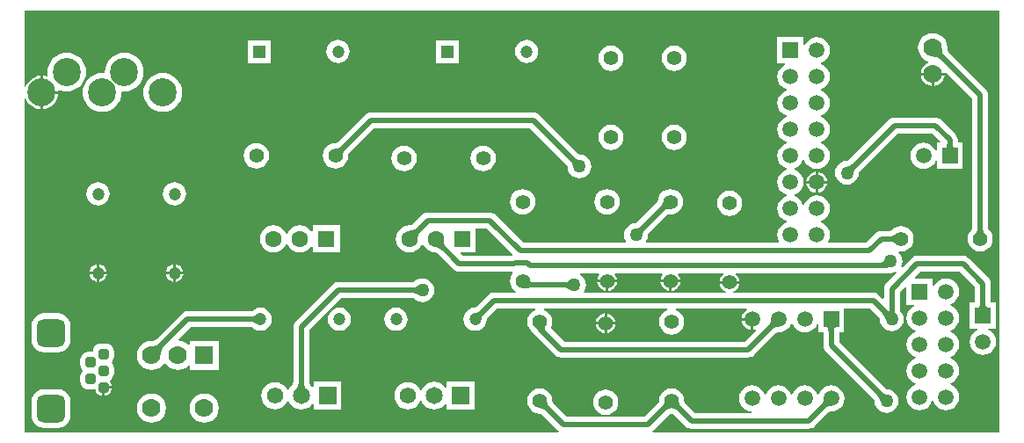
<source format=gtl>
G04 Layer_Physical_Order=1*
G04 Layer_Color=255*
%FSLAX25Y25*%
%MOIN*%
G70*
G01*
G75*
%ADD10C,0.02000*%
G04:AMPARAMS|DCode=11|XSize=39.37mil|YSize=39.37mil|CornerRadius=9.84mil|HoleSize=0mil|Usage=FLASHONLY|Rotation=90.000|XOffset=0mil|YOffset=0mil|HoleType=Round|Shape=RoundedRectangle|*
%AMROUNDEDRECTD11*
21,1,0.03937,0.01969,0,0,90.0*
21,1,0.01969,0.03937,0,0,90.0*
1,1,0.01969,0.00984,0.00984*
1,1,0.01969,0.00984,-0.00984*
1,1,0.01969,-0.00984,-0.00984*
1,1,0.01969,-0.00984,0.00984*
%
%ADD11ROUNDEDRECTD11*%
G04:AMPARAMS|DCode=12|XSize=106.3mil|YSize=106.3mil|CornerRadius=26.58mil|HoleSize=0mil|Usage=FLASHONLY|Rotation=90.000|XOffset=0mil|YOffset=0mil|HoleType=Round|Shape=RoundedRectangle|*
%AMROUNDEDRECTD12*
21,1,0.10630,0.05315,0,0,90.0*
21,1,0.05315,0.10630,0,0,90.0*
1,1,0.05315,0.02658,0.02658*
1,1,0.05315,0.02658,-0.02658*
1,1,0.05315,-0.02658,-0.02658*
1,1,0.05315,-0.02658,0.02658*
%
%ADD12ROUNDEDRECTD12*%
%ADD13C,0.10650*%
%ADD14R,0.04724X0.04724*%
%ADD15C,0.04724*%
%ADD16C,0.07000*%
%ADD17C,0.05906*%
%ADD18R,0.05906X0.05906*%
%ADD19C,0.06200*%
%ADD20C,0.06500*%
%ADD21R,0.06500X0.06500*%
%ADD22R,0.07000X0.07000*%
%ADD23R,0.05906X0.05906*%
%ADD24R,0.06299X0.06299*%
%ADD25C,0.06299*%
%ADD26C,0.05512*%
%ADD27C,0.05000*%
G36*
X472451Y102549D02*
X340903D01*
X340734Y103049D01*
X341140Y103360D01*
X347068Y109289D01*
X347112Y109316D01*
X347251Y109445D01*
X347331Y109510D01*
X347406Y109561D01*
X347476Y109601D01*
X347543Y109632D01*
X347611Y109657D01*
X347683Y109677D01*
X347761Y109692D01*
X347850Y109701D01*
X347988Y109705D01*
X348000Y109703D01*
X348012Y109705D01*
X348149Y109701D01*
X348239Y109692D01*
X348317Y109677D01*
X348389Y109657D01*
X348457Y109632D01*
X348524Y109601D01*
X348594Y109561D01*
X348669Y109510D01*
X348749Y109445D01*
X348888Y109316D01*
X348932Y109289D01*
X353360Y104860D01*
X353987Y104379D01*
X354717Y104077D01*
X355500Y103974D01*
X400000D01*
X400783Y104077D01*
X401513Y104379D01*
X402140Y104860D01*
X407332Y110053D01*
X407375Y110079D01*
X407517Y110211D01*
X407600Y110276D01*
X407681Y110329D01*
X407762Y110374D01*
X407848Y110412D01*
X407941Y110444D01*
X408045Y110470D01*
X408163Y110491D01*
X408298Y110503D01*
X408475Y110508D01*
X408500Y110504D01*
X409793Y110675D01*
X410998Y111174D01*
X412032Y111968D01*
X412826Y113002D01*
X413325Y114207D01*
X413495Y115500D01*
X413325Y116793D01*
X412826Y117998D01*
X412032Y119032D01*
X410998Y119826D01*
X409793Y120325D01*
X408500Y120495D01*
X407207Y120325D01*
X406002Y119826D01*
X404968Y119032D01*
X404174Y117998D01*
X403771Y117024D01*
X403229D01*
X402826Y117998D01*
X402032Y119032D01*
X400998Y119826D01*
X399793Y120325D01*
X398500Y120495D01*
X397207Y120325D01*
X396002Y119826D01*
X394968Y119032D01*
X394174Y117998D01*
X393771Y117024D01*
X393229D01*
X392826Y117998D01*
X392032Y119032D01*
X390998Y119826D01*
X389793Y120325D01*
X388500Y120495D01*
X387207Y120325D01*
X386002Y119826D01*
X384968Y119032D01*
X384174Y117998D01*
X383771Y117024D01*
X383229D01*
X382826Y117998D01*
X382032Y119032D01*
X380998Y119826D01*
X379793Y120325D01*
X378500Y120495D01*
X377207Y120325D01*
X376002Y119826D01*
X374968Y119032D01*
X374174Y117998D01*
X373675Y116793D01*
X373504Y115500D01*
X373675Y114207D01*
X374174Y113002D01*
X374968Y111968D01*
X376002Y111174D01*
X377207Y110675D01*
X378338Y110526D01*
X378305Y110026D01*
X356753D01*
X353211Y113568D01*
X353184Y113612D01*
X353055Y113751D01*
X352990Y113831D01*
X352939Y113906D01*
X352899Y113976D01*
X352868Y114043D01*
X352843Y114111D01*
X352823Y114183D01*
X352808Y114261D01*
X352799Y114350D01*
X352795Y114488D01*
X352797Y114500D01*
X352794Y114519D01*
X352794Y114528D01*
X352792Y114538D01*
X352634Y115742D01*
X352154Y116899D01*
X351392Y117892D01*
X350398Y118654D01*
X349241Y119133D01*
X348000Y119297D01*
X346759Y119133D01*
X345602Y118654D01*
X344608Y117892D01*
X343846Y116899D01*
X343367Y115742D01*
X343208Y114538D01*
X343206Y114528D01*
X343206Y114519D01*
X343203Y114500D01*
X343205Y114488D01*
X343201Y114350D01*
X343192Y114261D01*
X343177Y114183D01*
X343157Y114111D01*
X343132Y114043D01*
X343101Y113976D01*
X343061Y113906D01*
X343010Y113831D01*
X342945Y113751D01*
X342816Y113612D01*
X342789Y113568D01*
X337747Y108526D01*
X308253D01*
X303211Y113568D01*
X303184Y113612D01*
X303055Y113751D01*
X302990Y113831D01*
X302939Y113906D01*
X302899Y113976D01*
X302868Y114043D01*
X302843Y114111D01*
X302823Y114183D01*
X302808Y114261D01*
X302799Y114350D01*
X302795Y114488D01*
X302797Y114500D01*
X302794Y114519D01*
X302794Y114528D01*
X302792Y114538D01*
X302634Y115742D01*
X302154Y116899D01*
X301392Y117892D01*
X300398Y118654D01*
X299241Y119133D01*
X298000Y119297D01*
X296759Y119133D01*
X295602Y118654D01*
X294608Y117892D01*
X293846Y116899D01*
X293367Y115742D01*
X293203Y114500D01*
X293367Y113259D01*
X293846Y112101D01*
X294608Y111108D01*
X295602Y110346D01*
X296759Y109866D01*
X297962Y109708D01*
X297972Y109706D01*
X297981Y109706D01*
X298000Y109703D01*
X298012Y109705D01*
X298149Y109701D01*
X298239Y109692D01*
X298317Y109677D01*
X298389Y109657D01*
X298457Y109632D01*
X298524Y109601D01*
X298594Y109561D01*
X298669Y109510D01*
X298749Y109445D01*
X298888Y109316D01*
X298932Y109289D01*
X304860Y103360D01*
X305266Y103049D01*
X305097Y102549D01*
X102549D01*
Y229255D01*
X103049Y229329D01*
X103128Y229068D01*
X103716Y227969D01*
X104506Y227006D01*
X105469Y226216D01*
X106568Y225628D01*
X107760Y225267D01*
X108500Y225194D01*
Y231500D01*
Y237806D01*
X107760Y237734D01*
X106568Y237372D01*
X105469Y236785D01*
X104506Y235994D01*
X103716Y235031D01*
X103128Y233932D01*
X103049Y233671D01*
X102549Y233745D01*
Y262451D01*
X472451D01*
Y102549D01*
D02*
G37*
G36*
X408470Y112547D02*
X408177Y112540D01*
X407893Y112513D01*
X407620Y112466D01*
X407357Y112399D01*
X407103Y112312D01*
X406860Y112205D01*
X406628Y112077D01*
X406405Y111930D01*
X406192Y111763D01*
X405990Y111576D01*
X404576Y112990D01*
X404763Y113192D01*
X404930Y113405D01*
X405078Y113628D01*
X405205Y113860D01*
X405312Y114103D01*
X405399Y114357D01*
X405466Y114620D01*
X405513Y114893D01*
X405540Y115177D01*
X405547Y115471D01*
X408470Y112547D01*
D02*
G37*
G36*
X350763Y114216D02*
X350789Y113966D01*
X350835Y113724D01*
X350899Y113488D01*
X350983Y113259D01*
X351087Y113038D01*
X351209Y112823D01*
X351351Y112616D01*
X351512Y112415D01*
X351692Y112222D01*
X350278Y110808D01*
X350085Y110988D01*
X349884Y111149D01*
X349677Y111291D01*
X349462Y111413D01*
X349241Y111517D01*
X349012Y111601D01*
X348777Y111665D01*
X348534Y111711D01*
X348284Y111737D01*
X348028Y111744D01*
X350756Y114472D01*
X350763Y114216D01*
D02*
G37*
G36*
X347972Y111744D02*
X347716Y111737D01*
X347466Y111711D01*
X347223Y111665D01*
X346988Y111601D01*
X346759Y111517D01*
X346538Y111413D01*
X346323Y111291D01*
X346116Y111149D01*
X345915Y110988D01*
X345722Y110808D01*
X344308Y112222D01*
X344488Y112415D01*
X344649Y112616D01*
X344791Y112823D01*
X344913Y113038D01*
X345017Y113259D01*
X345101Y113488D01*
X345165Y113724D01*
X345211Y113966D01*
X345237Y114216D01*
X345244Y114472D01*
X347972Y111744D01*
D02*
G37*
G36*
X300763Y114216D02*
X300789Y113966D01*
X300835Y113724D01*
X300899Y113488D01*
X300983Y113259D01*
X301087Y113038D01*
X301209Y112823D01*
X301351Y112616D01*
X301512Y112415D01*
X301692Y112222D01*
X300278Y110808D01*
X300085Y110988D01*
X299884Y111149D01*
X299677Y111291D01*
X299462Y111413D01*
X299241Y111517D01*
X299012Y111601D01*
X298777Y111665D01*
X298534Y111711D01*
X298284Y111737D01*
X298028Y111744D01*
X300756Y114472D01*
X300763Y114216D01*
D02*
G37*
%LPC*%
G36*
X403000Y252496D02*
X401707Y252325D01*
X400502Y251826D01*
X399468Y251032D01*
X398674Y249998D01*
X398453Y249464D01*
X397953Y249564D01*
Y252453D01*
X388047D01*
Y242547D01*
X390936D01*
X391036Y242047D01*
X390502Y241826D01*
X389468Y241032D01*
X388674Y239998D01*
X388175Y238793D01*
X388004Y237500D01*
X388175Y236207D01*
X388674Y235002D01*
X389468Y233968D01*
X390502Y233174D01*
X391476Y232771D01*
Y232229D01*
X390502Y231826D01*
X389468Y231032D01*
X388674Y229998D01*
X388175Y228793D01*
X388004Y227500D01*
X388175Y226207D01*
X388674Y225002D01*
X389468Y223968D01*
X390502Y223174D01*
X391476Y222771D01*
Y222229D01*
X390502Y221826D01*
X389468Y221032D01*
X388674Y219998D01*
X388175Y218793D01*
X388004Y217500D01*
X388175Y216207D01*
X388674Y215002D01*
X389468Y213968D01*
X390502Y213174D01*
X391476Y212771D01*
Y212229D01*
X390502Y211826D01*
X389468Y211032D01*
X388674Y209998D01*
X388175Y208793D01*
X388004Y207500D01*
X388175Y206207D01*
X388674Y205002D01*
X389468Y203968D01*
X390502Y203174D01*
X391476Y202771D01*
Y202229D01*
X390502Y201826D01*
X389468Y201032D01*
X388674Y199998D01*
X388175Y198793D01*
X388004Y197500D01*
X388175Y196207D01*
X388674Y195002D01*
X389468Y193968D01*
X390502Y193174D01*
X391476Y192771D01*
Y192229D01*
X390502Y191826D01*
X389468Y191032D01*
X388674Y189998D01*
X388175Y188793D01*
X388004Y187500D01*
X388175Y186207D01*
X388674Y185002D01*
X389468Y183968D01*
X390502Y183174D01*
X391476Y182771D01*
Y182229D01*
X390502Y181826D01*
X389468Y181032D01*
X388674Y179998D01*
X388175Y178793D01*
X388004Y177500D01*
X388175Y176207D01*
X388674Y175002D01*
X388695Y174974D01*
X388474Y174526D01*
X338455D01*
X338234Y174974D01*
X338431Y175231D01*
X338884Y176325D01*
X339027Y177410D01*
X339038Y177457D01*
X339042Y177575D01*
X339045Y177601D01*
X339051Y177626D01*
X339059Y177655D01*
X339074Y177692D01*
X339097Y177738D01*
X339132Y177795D01*
X339181Y177863D01*
X339247Y177942D01*
X339373Y178076D01*
X339402Y178123D01*
X346236Y184957D01*
X346280Y184984D01*
X346416Y185110D01*
X346483Y185163D01*
X346539Y185199D01*
X346582Y185222D01*
X346617Y185237D01*
X346647Y185246D01*
X346679Y185252D01*
X346718Y185256D01*
X346770Y185255D01*
X346926Y185241D01*
X347089Y185257D01*
X347500Y185203D01*
X348742Y185366D01*
X349899Y185846D01*
X350892Y186608D01*
X351654Y187601D01*
X352133Y188759D01*
X352297Y190000D01*
X352133Y191242D01*
X351654Y192399D01*
X350892Y193392D01*
X349899Y194154D01*
X348742Y194633D01*
X347500Y194797D01*
X346258Y194633D01*
X345101Y194154D01*
X344108Y193392D01*
X343346Y192399D01*
X342866Y191242D01*
X342809Y190801D01*
X342747Y190631D01*
X342718Y190439D01*
X342692Y190320D01*
X342660Y190210D01*
X342623Y190106D01*
X342579Y190007D01*
X342529Y189912D01*
X342470Y189818D01*
X342402Y189724D01*
X342324Y189629D01*
X342190Y189487D01*
X342161Y189441D01*
X335123Y182402D01*
X335076Y182373D01*
X334942Y182247D01*
X334863Y182181D01*
X334794Y182132D01*
X334738Y182097D01*
X334692Y182074D01*
X334655Y182060D01*
X334626Y182051D01*
X334601Y182045D01*
X334575Y182042D01*
X334457Y182038D01*
X334410Y182027D01*
X333325Y181884D01*
X332231Y181431D01*
X331291Y180709D01*
X330569Y179769D01*
X330116Y178675D01*
X329961Y177500D01*
X330116Y176325D01*
X330569Y175231D01*
X330766Y174974D01*
X330545Y174526D01*
X291753D01*
X281140Y185140D01*
X280513Y185620D01*
X279783Y185923D01*
X279000Y186026D01*
X255500D01*
X254717Y185923D01*
X253987Y185620D01*
X253360Y185140D01*
X253360Y185140D01*
X249903Y181682D01*
X249861Y181656D01*
X249714Y181521D01*
X249629Y181456D01*
X249541Y181400D01*
X249446Y181350D01*
X249341Y181306D01*
X249222Y181267D01*
X249086Y181234D01*
X248929Y181209D01*
X248751Y181194D01*
X248537Y181189D01*
X248500Y181194D01*
X247156Y181017D01*
X245903Y180498D01*
X244827Y179673D01*
X244002Y178597D01*
X243483Y177344D01*
X243306Y176000D01*
X243483Y174656D01*
X244002Y173403D01*
X244827Y172327D01*
X245903Y171502D01*
X247156Y170983D01*
X248500Y170806D01*
X249844Y170983D01*
X251097Y171502D01*
X252173Y172327D01*
X252998Y173403D01*
X253250Y174011D01*
X253750D01*
X254002Y173403D01*
X254827Y172327D01*
X255903Y171502D01*
X257156Y170983D01*
X257688Y170913D01*
X257868Y170850D01*
X258150Y170811D01*
X258359Y170771D01*
X258548Y170722D01*
X258717Y170668D01*
X258867Y170608D01*
X259001Y170544D01*
X259121Y170475D01*
X259228Y170403D01*
X259326Y170326D01*
X259474Y170188D01*
X259517Y170162D01*
X265318Y164360D01*
X265945Y163880D01*
X266675Y163577D01*
X267458Y163474D01*
X287541D01*
X287787Y162974D01*
X287346Y162399D01*
X286866Y161241D01*
X286703Y160000D01*
X286866Y158758D01*
X287346Y157601D01*
X288108Y156608D01*
X288867Y156026D01*
X288697Y155526D01*
X280500D01*
X279717Y155423D01*
X278987Y155121D01*
X278360Y154640D01*
X278360Y154640D01*
X273954Y150233D01*
X273906Y150203D01*
X273775Y150079D01*
X273696Y150012D01*
X273629Y149963D01*
X273578Y149931D01*
X273542Y149912D01*
X273522Y149903D01*
X273521Y149903D01*
X273446Y149900D01*
X273380Y149884D01*
X272361Y149750D01*
X271300Y149310D01*
X270389Y148611D01*
X269690Y147700D01*
X269250Y146639D01*
X269100Y145500D01*
X269250Y144361D01*
X269690Y143300D01*
X270389Y142389D01*
X271300Y141690D01*
X272361Y141250D01*
X273500Y141100D01*
X274639Y141250D01*
X275700Y141690D01*
X276611Y142389D01*
X277310Y143300D01*
X277750Y144361D01*
X277884Y145380D01*
X277900Y145446D01*
X277903Y145521D01*
X277903Y145522D01*
X277912Y145542D01*
X277931Y145578D01*
X277963Y145629D01*
X278012Y145696D01*
X278079Y145775D01*
X278203Y145906D01*
X278233Y145954D01*
X281753Y149474D01*
X296274D01*
X296374Y148974D01*
X295602Y148654D01*
X294608Y147892D01*
X293846Y146898D01*
X293367Y145741D01*
X293203Y144500D01*
X293367Y143259D01*
X293846Y142102D01*
X294608Y141108D01*
X295012Y140798D01*
X295023Y140781D01*
X295687Y140087D01*
X295860Y139860D01*
X296839Y138882D01*
X297233Y138469D01*
X297294Y138427D01*
X303860Y131860D01*
X304487Y131379D01*
X305217Y131077D01*
X306000Y130974D01*
X377000D01*
X377783Y131077D01*
X378513Y131379D01*
X379140Y131860D01*
X387332Y140053D01*
X387375Y140079D01*
X387517Y140211D01*
X387600Y140276D01*
X387681Y140329D01*
X387762Y140374D01*
X387848Y140412D01*
X387941Y140444D01*
X388045Y140470D01*
X388163Y140491D01*
X388298Y140504D01*
X388475Y140508D01*
X388500Y140505D01*
X389793Y140675D01*
X390998Y141174D01*
X392032Y141968D01*
X392826Y143002D01*
X393229Y143976D01*
X393771D01*
X394174Y143002D01*
X394968Y141968D01*
X396002Y141174D01*
X397207Y140675D01*
X398500Y140505D01*
X399793Y140675D01*
X400998Y141174D01*
X402032Y141968D01*
X402826Y143002D01*
X403047Y143536D01*
X403547Y143436D01*
Y140547D01*
X405460D01*
X405462Y140506D01*
X405474Y140450D01*
Y135500D01*
X405577Y134717D01*
X405879Y133987D01*
X406360Y133360D01*
X424598Y115123D01*
X424627Y115076D01*
X424753Y114942D01*
X424819Y114863D01*
X424868Y114795D01*
X424903Y114738D01*
X424926Y114692D01*
X424940Y114655D01*
X424950Y114626D01*
X424955Y114601D01*
X424958Y114575D01*
X424962Y114457D01*
X424973Y114410D01*
X425116Y113325D01*
X425569Y112231D01*
X426291Y111291D01*
X427231Y110569D01*
X428325Y110116D01*
X429500Y109961D01*
X430675Y110116D01*
X431769Y110569D01*
X432709Y111291D01*
X433431Y112231D01*
X433884Y113325D01*
X434039Y114500D01*
X433884Y115675D01*
X433431Y116769D01*
X432709Y117709D01*
X431769Y118431D01*
X430675Y118884D01*
X429590Y119027D01*
X429543Y119038D01*
X429425Y119042D01*
X429399Y119045D01*
X429374Y119051D01*
X429345Y119060D01*
X429308Y119074D01*
X429262Y119097D01*
X429206Y119132D01*
X429137Y119181D01*
X429058Y119247D01*
X428924Y119373D01*
X428877Y119402D01*
X411526Y136753D01*
Y140450D01*
X411539Y140506D01*
X411540Y140547D01*
X413453D01*
Y149474D01*
X423247D01*
X426598Y146123D01*
X426627Y146076D01*
X426753Y145942D01*
X426819Y145863D01*
X426868Y145794D01*
X426903Y145738D01*
X426926Y145692D01*
X426940Y145656D01*
X426950Y145626D01*
X426955Y145601D01*
X426958Y145575D01*
X426962Y145457D01*
X426973Y145410D01*
X427116Y144325D01*
X427569Y143231D01*
X428291Y142291D01*
X429231Y141569D01*
X430325Y141116D01*
X431500Y140961D01*
X432675Y141116D01*
X433769Y141569D01*
X434709Y142291D01*
X435431Y143231D01*
X435884Y144325D01*
X436039Y145500D01*
X435884Y146675D01*
X435431Y147769D01*
X434765Y148637D01*
X434739Y148678D01*
X434659Y148765D01*
X434643Y148785D01*
X434628Y148807D01*
X434614Y148834D01*
X434599Y148870D01*
X434583Y148919D01*
X434567Y148984D01*
X434553Y149067D01*
X434544Y149169D01*
X434538Y149353D01*
X434526Y149406D01*
Y155747D01*
X436585Y157806D01*
X437047Y157615D01*
Y151047D01*
X439936D01*
X440036Y150547D01*
X439502Y150326D01*
X438468Y149532D01*
X437674Y148498D01*
X437175Y147293D01*
X437005Y146000D01*
X437175Y144707D01*
X437674Y143502D01*
X438468Y142468D01*
X439502Y141674D01*
X440476Y141271D01*
Y140729D01*
X439502Y140326D01*
X438468Y139532D01*
X437674Y138498D01*
X437175Y137293D01*
X437005Y136000D01*
X437175Y134707D01*
X437674Y133502D01*
X438468Y132468D01*
X439502Y131674D01*
X440476Y131271D01*
Y130729D01*
X439502Y130326D01*
X438468Y129532D01*
X437674Y128498D01*
X437175Y127293D01*
X437005Y126000D01*
X437175Y124707D01*
X437674Y123502D01*
X438468Y122468D01*
X439502Y121674D01*
X440476Y121271D01*
Y120729D01*
X439502Y120326D01*
X438468Y119532D01*
X437674Y118498D01*
X437175Y117293D01*
X437005Y116000D01*
X437175Y114707D01*
X437674Y113502D01*
X438468Y112468D01*
X439502Y111674D01*
X440707Y111175D01*
X442000Y111004D01*
X443293Y111175D01*
X444498Y111674D01*
X445532Y112468D01*
X446326Y113502D01*
X446729Y114476D01*
X447271D01*
X447674Y113502D01*
X448468Y112468D01*
X449502Y111674D01*
X450707Y111175D01*
X452000Y111004D01*
X453293Y111175D01*
X454498Y111674D01*
X455532Y112468D01*
X456326Y113502D01*
X456825Y114707D01*
X456995Y116000D01*
X456825Y117293D01*
X456326Y118498D01*
X455532Y119532D01*
X454498Y120326D01*
X453524Y120729D01*
Y121271D01*
X454498Y121674D01*
X455532Y122468D01*
X456326Y123502D01*
X456825Y124707D01*
X456995Y126000D01*
X456825Y127293D01*
X456326Y128498D01*
X455532Y129532D01*
X454498Y130326D01*
X453524Y130729D01*
Y131271D01*
X454498Y131674D01*
X455532Y132468D01*
X456326Y133502D01*
X456825Y134707D01*
X456995Y136000D01*
X456825Y137293D01*
X456326Y138498D01*
X455532Y139532D01*
X454498Y140326D01*
X453524Y140729D01*
Y141271D01*
X454498Y141674D01*
X455532Y142468D01*
X456326Y143502D01*
X456825Y144707D01*
X456995Y146000D01*
X456825Y147293D01*
X456326Y148498D01*
X455532Y149532D01*
X454498Y150326D01*
X453524Y150729D01*
Y151271D01*
X454498Y151674D01*
X455532Y152468D01*
X456326Y153502D01*
X456825Y154707D01*
X456995Y156000D01*
X456825Y157293D01*
X456326Y158498D01*
X455532Y159532D01*
X454498Y160326D01*
X453293Y160825D01*
X452000Y160995D01*
X450707Y160825D01*
X449502Y160326D01*
X448468Y159532D01*
X447674Y158498D01*
X447453Y157964D01*
X446953Y158064D01*
Y160953D01*
X440385D01*
X440194Y161415D01*
X442253Y163474D01*
X457247D01*
X462974Y157747D01*
Y152050D01*
X462961Y151994D01*
X462960Y151953D01*
X461047D01*
Y142047D01*
X463936D01*
X464036Y141547D01*
X463502Y141326D01*
X462468Y140532D01*
X461674Y139498D01*
X461175Y138293D01*
X461004Y137000D01*
X461175Y135707D01*
X461674Y134502D01*
X462468Y133468D01*
X463502Y132674D01*
X464707Y132175D01*
X466000Y132004D01*
X467293Y132175D01*
X468498Y132674D01*
X469532Y133468D01*
X470326Y134502D01*
X470825Y135707D01*
X470996Y137000D01*
X470825Y138293D01*
X470326Y139498D01*
X469532Y140532D01*
X468498Y141326D01*
X467964Y141547D01*
X468064Y142047D01*
X470953D01*
Y151953D01*
X469040D01*
X469038Y151994D01*
X469026Y152050D01*
Y159000D01*
X468923Y159783D01*
X468620Y160513D01*
X468140Y161140D01*
X460640Y168640D01*
X460013Y169121D01*
X459283Y169423D01*
X458500Y169526D01*
X441000D01*
X440217Y169423D01*
X439487Y169121D01*
X438860Y168640D01*
X435487Y165266D01*
X435063Y165549D01*
X435384Y166325D01*
X435539Y167500D01*
X435384Y168675D01*
X434931Y169769D01*
X434209Y170709D01*
X434062Y170822D01*
X434261Y171300D01*
X435000Y171203D01*
X436241Y171367D01*
X437398Y171846D01*
X438392Y172608D01*
X439154Y173601D01*
X439634Y174759D01*
X439797Y176000D01*
X439634Y177242D01*
X439154Y178399D01*
X438392Y179392D01*
X437398Y180154D01*
X436241Y180633D01*
X435000Y180797D01*
X433758Y180633D01*
X432601Y180154D01*
X431639Y179416D01*
X431630Y179410D01*
X431623Y179404D01*
X431608Y179392D01*
X431600Y179382D01*
X431501Y179288D01*
X431431Y179231D01*
X431365Y179186D01*
X431301Y179149D01*
X431235Y179119D01*
X431165Y179094D01*
X431087Y179072D01*
X430999Y179056D01*
X430896Y179045D01*
X430707Y179038D01*
X430656Y179026D01*
X427500D01*
X426717Y178923D01*
X425987Y178621D01*
X425360Y178140D01*
X421747Y174526D01*
X407526D01*
X407305Y174974D01*
X407326Y175002D01*
X407825Y176207D01*
X407996Y177500D01*
X407825Y178793D01*
X407326Y179998D01*
X406532Y181032D01*
X405498Y181826D01*
X404524Y182229D01*
Y182771D01*
X405498Y183174D01*
X406532Y183968D01*
X407326Y185002D01*
X407825Y186207D01*
X407996Y187500D01*
X407825Y188793D01*
X407326Y189998D01*
X406532Y191032D01*
X405498Y191826D01*
X404293Y192325D01*
X403000Y192496D01*
X401707Y192325D01*
X400502Y191826D01*
X399468Y191032D01*
X398674Y189998D01*
X398271Y189024D01*
X397729D01*
X397326Y189998D01*
X396532Y191032D01*
X395498Y191826D01*
X394524Y192229D01*
Y192771D01*
X395498Y193174D01*
X396532Y193968D01*
X397326Y195002D01*
X397825Y196207D01*
X397995Y197500D01*
X397825Y198793D01*
X397326Y199998D01*
X396532Y201032D01*
X395498Y201826D01*
X394524Y202229D01*
Y202771D01*
X395498Y203174D01*
X396532Y203968D01*
X397326Y205002D01*
X397729Y205976D01*
X398271D01*
X398674Y205002D01*
X399468Y203968D01*
X400502Y203174D01*
X401707Y202675D01*
X403000Y202504D01*
X404293Y202675D01*
X405498Y203174D01*
X406532Y203968D01*
X407326Y205002D01*
X407825Y206207D01*
X407996Y207500D01*
X407825Y208793D01*
X407326Y209998D01*
X406532Y211032D01*
X405498Y211826D01*
X404524Y212229D01*
Y212771D01*
X405498Y213174D01*
X406532Y213968D01*
X407326Y215002D01*
X407825Y216207D01*
X407996Y217500D01*
X407825Y218793D01*
X407326Y219998D01*
X406532Y221032D01*
X405498Y221826D01*
X404524Y222229D01*
Y222771D01*
X405498Y223174D01*
X406532Y223968D01*
X407326Y225002D01*
X407825Y226207D01*
X407996Y227500D01*
X407825Y228793D01*
X407326Y229998D01*
X406532Y231032D01*
X405498Y231826D01*
X404524Y232229D01*
Y232771D01*
X405498Y233174D01*
X406532Y233968D01*
X407326Y235002D01*
X407825Y236207D01*
X407996Y237500D01*
X407825Y238793D01*
X407326Y239998D01*
X406532Y241032D01*
X405498Y241826D01*
X404524Y242229D01*
Y242771D01*
X405498Y243174D01*
X406532Y243968D01*
X407326Y245002D01*
X407825Y246207D01*
X407996Y247500D01*
X407825Y248793D01*
X407326Y249998D01*
X406532Y251032D01*
X405498Y251826D01*
X404293Y252325D01*
X403000Y252496D01*
D02*
G37*
G36*
X267362Y251362D02*
X258638D01*
Y242638D01*
X267362D01*
Y251362D01*
D02*
G37*
G36*
X195862D02*
X187138D01*
Y242638D01*
X195862D01*
Y251362D01*
D02*
G37*
G36*
X293000Y251400D02*
X291861Y251250D01*
X290800Y250810D01*
X289889Y250111D01*
X289190Y249200D01*
X288750Y248139D01*
X288600Y247000D01*
X288750Y245861D01*
X289190Y244800D01*
X289889Y243889D01*
X290800Y243190D01*
X291861Y242750D01*
X293000Y242600D01*
X294139Y242750D01*
X295200Y243190D01*
X296111Y243889D01*
X296810Y244800D01*
X297250Y245861D01*
X297400Y247000D01*
X297250Y248139D01*
X296810Y249200D01*
X296111Y250111D01*
X295200Y250810D01*
X294139Y251250D01*
X293000Y251400D01*
D02*
G37*
G36*
X221500D02*
X220361Y251250D01*
X219300Y250810D01*
X218389Y250111D01*
X217690Y249200D01*
X217250Y248139D01*
X217100Y247000D01*
X217250Y245861D01*
X217690Y244800D01*
X218389Y243889D01*
X219300Y243190D01*
X220361Y242750D01*
X221500Y242600D01*
X222639Y242750D01*
X223700Y243190D01*
X224611Y243889D01*
X225310Y244800D01*
X225750Y245861D01*
X225900Y247000D01*
X225750Y248139D01*
X225310Y249200D01*
X224611Y250111D01*
X223700Y250810D01*
X222639Y251250D01*
X221500Y251400D01*
D02*
G37*
G36*
X349000Y249297D02*
X347759Y249133D01*
X346602Y248654D01*
X345608Y247892D01*
X344846Y246899D01*
X344367Y245742D01*
X344203Y244500D01*
X344367Y243259D01*
X344846Y242102D01*
X345608Y241108D01*
X346602Y240346D01*
X347759Y239866D01*
X349000Y239703D01*
X350241Y239866D01*
X351398Y240346D01*
X352392Y241108D01*
X353154Y242102D01*
X353633Y243259D01*
X353797Y244500D01*
X353633Y245742D01*
X353154Y246899D01*
X352392Y247892D01*
X351398Y248654D01*
X350241Y249133D01*
X349000Y249297D01*
D02*
G37*
G36*
X325000D02*
X323759Y249133D01*
X322602Y248654D01*
X321608Y247892D01*
X320846Y246899D01*
X320367Y245742D01*
X320203Y244500D01*
X320367Y243259D01*
X320846Y242102D01*
X321608Y241108D01*
X322602Y240346D01*
X323759Y239866D01*
X325000Y239703D01*
X326241Y239866D01*
X327398Y240346D01*
X328392Y241108D01*
X329154Y242102D01*
X329633Y243259D01*
X329797Y244500D01*
X329633Y245742D01*
X329154Y246899D01*
X328392Y247892D01*
X327398Y248654D01*
X326241Y249133D01*
X325000Y249297D01*
D02*
G37*
G36*
X140400Y246560D02*
X138964Y246419D01*
X137583Y246000D01*
X136311Y245320D01*
X135195Y244405D01*
X134280Y243289D01*
X133600Y242017D01*
X133181Y240636D01*
X133040Y239200D01*
X133045Y239146D01*
X132691Y238792D01*
X132000Y238860D01*
X130564Y238719D01*
X129183Y238300D01*
X127911Y237620D01*
X126795Y236705D01*
X125880Y235589D01*
X125200Y234317D01*
X124781Y232936D01*
X124640Y231500D01*
X124781Y230064D01*
X125200Y228683D01*
X125880Y227411D01*
X126795Y226295D01*
X127911Y225380D01*
X129183Y224700D01*
X130564Y224281D01*
X132000Y224140D01*
X133436Y224281D01*
X134817Y224700D01*
X136089Y225380D01*
X137205Y226295D01*
X138120Y227411D01*
X138800Y228683D01*
X139219Y230064D01*
X139360Y231500D01*
X139355Y231554D01*
X139709Y231908D01*
X140400Y231840D01*
X141836Y231981D01*
X143217Y232400D01*
X144489Y233080D01*
X145605Y233995D01*
X146520Y235111D01*
X147200Y236383D01*
X147619Y237764D01*
X147760Y239200D01*
X147619Y240636D01*
X147200Y242017D01*
X146520Y243289D01*
X145605Y244405D01*
X144489Y245320D01*
X143217Y246000D01*
X141836Y246419D01*
X140400Y246560D01*
D02*
G37*
G36*
X118600D02*
X117164Y246419D01*
X115783Y246000D01*
X114511Y245320D01*
X113395Y244405D01*
X112480Y243289D01*
X111800Y242017D01*
X111381Y240636D01*
X111240Y239200D01*
X111366Y237914D01*
X111091Y237609D01*
X110931Y237524D01*
X110240Y237734D01*
X109500Y237806D01*
Y232000D01*
X115306D01*
X115290Y232163D01*
X115706Y232441D01*
X115783Y232400D01*
X117164Y231981D01*
X118600Y231840D01*
X120036Y231981D01*
X121417Y232400D01*
X122689Y233080D01*
X123805Y233995D01*
X124720Y235111D01*
X125400Y236383D01*
X125819Y237764D01*
X125960Y239200D01*
X125819Y240636D01*
X125400Y242017D01*
X124720Y243289D01*
X123805Y244405D01*
X122689Y245320D01*
X121417Y246000D01*
X120036Y246419D01*
X118600Y246560D01*
D02*
G37*
G36*
X451473Y238000D02*
X447500D01*
Y234027D01*
X448175Y234116D01*
X449269Y234569D01*
X450209Y235291D01*
X450931Y236231D01*
X451384Y237325D01*
X451473Y238000D01*
D02*
G37*
G36*
X446500D02*
X442527D01*
X442616Y237325D01*
X443069Y236231D01*
X443791Y235291D01*
X444731Y234569D01*
X445825Y234116D01*
X446500Y234027D01*
Y238000D01*
D02*
G37*
G36*
X115306Y231000D02*
X109500D01*
Y225194D01*
X110240Y225267D01*
X111432Y225628D01*
X112531Y226216D01*
X113494Y227006D01*
X114285Y227969D01*
X114872Y229068D01*
X115234Y230260D01*
X115306Y231000D01*
D02*
G37*
G36*
X155000Y238860D02*
X153564Y238719D01*
X152183Y238300D01*
X150911Y237620D01*
X149795Y236705D01*
X148880Y235589D01*
X148200Y234317D01*
X147781Y232936D01*
X147640Y231500D01*
X147781Y230064D01*
X148200Y228683D01*
X148880Y227411D01*
X149795Y226295D01*
X150911Y225380D01*
X152183Y224700D01*
X153564Y224281D01*
X155000Y224140D01*
X156436Y224281D01*
X157817Y224700D01*
X159089Y225380D01*
X160205Y226295D01*
X161120Y227411D01*
X161800Y228683D01*
X162219Y230064D01*
X162360Y231500D01*
X162219Y232936D01*
X161800Y234317D01*
X161120Y235589D01*
X160205Y236705D01*
X159089Y237620D01*
X157817Y238300D01*
X156436Y238719D01*
X155000Y238860D01*
D02*
G37*
G36*
X349000Y219297D02*
X347759Y219133D01*
X346602Y218654D01*
X345608Y217892D01*
X344846Y216898D01*
X344367Y215741D01*
X344203Y214500D01*
X344367Y213259D01*
X344846Y212102D01*
X345608Y211108D01*
X346602Y210346D01*
X347759Y209866D01*
X349000Y209703D01*
X350241Y209866D01*
X351398Y210346D01*
X352392Y211108D01*
X353154Y212102D01*
X353633Y213259D01*
X353797Y214500D01*
X353633Y215741D01*
X353154Y216898D01*
X352392Y217892D01*
X351398Y218654D01*
X350241Y219133D01*
X349000Y219297D01*
D02*
G37*
G36*
X325000D02*
X323759Y219133D01*
X322602Y218654D01*
X321608Y217892D01*
X320846Y216898D01*
X320367Y215741D01*
X320203Y214500D01*
X320367Y213259D01*
X320846Y212102D01*
X321608Y211108D01*
X322602Y210346D01*
X323759Y209866D01*
X325000Y209703D01*
X326241Y209866D01*
X327398Y210346D01*
X328392Y211108D01*
X329154Y212102D01*
X329633Y213259D01*
X329797Y214500D01*
X329633Y215741D01*
X329154Y216898D01*
X328392Y217892D01*
X327398Y218654D01*
X326241Y219133D01*
X325000Y219297D01*
D02*
G37*
G36*
X448000Y222026D02*
X432500D01*
X431717Y221923D01*
X430987Y221620D01*
X430360Y221140D01*
X430360Y221140D01*
X415123Y205902D01*
X415076Y205873D01*
X414942Y205747D01*
X414863Y205681D01*
X414794Y205632D01*
X414738Y205597D01*
X414692Y205574D01*
X414655Y205559D01*
X414626Y205551D01*
X414601Y205545D01*
X414575Y205542D01*
X414457Y205538D01*
X414410Y205527D01*
X413325Y205384D01*
X412231Y204931D01*
X411291Y204209D01*
X410569Y203269D01*
X410116Y202175D01*
X409961Y201000D01*
X410116Y199825D01*
X410569Y198731D01*
X411291Y197791D01*
X412231Y197069D01*
X413325Y196616D01*
X414500Y196461D01*
X415675Y196616D01*
X416769Y197069D01*
X417709Y197791D01*
X418431Y198731D01*
X418884Y199825D01*
X419027Y200910D01*
X419038Y200957D01*
X419042Y201075D01*
X419045Y201101D01*
X419051Y201126D01*
X419060Y201155D01*
X419074Y201192D01*
X419097Y201238D01*
X419132Y201294D01*
X419181Y201363D01*
X419247Y201442D01*
X419373Y201576D01*
X419402Y201623D01*
X433753Y215974D01*
X446747D01*
X449806Y212915D01*
X449615Y212453D01*
X448547D01*
Y209564D01*
X448047Y209464D01*
X447826Y209998D01*
X447032Y211032D01*
X445998Y211826D01*
X444793Y212325D01*
X443500Y212495D01*
X442207Y212325D01*
X441002Y211826D01*
X439968Y211032D01*
X439174Y209998D01*
X438675Y208793D01*
X438505Y207500D01*
X438675Y206207D01*
X439174Y205002D01*
X439968Y203968D01*
X441002Y203174D01*
X442207Y202675D01*
X443500Y202504D01*
X444793Y202675D01*
X445998Y203174D01*
X447032Y203968D01*
X447826Y205002D01*
X448047Y205536D01*
X448547Y205436D01*
Y202547D01*
X458453D01*
Y212453D01*
X456540D01*
X456538Y212494D01*
X456526Y212550D01*
Y213500D01*
X456423Y214283D01*
X456120Y215013D01*
X455640Y215640D01*
X455640Y215640D01*
X450140Y221140D01*
X449513Y221620D01*
X448783Y221923D01*
X448000Y222026D01*
D02*
G37*
G36*
X190500Y212297D02*
X189259Y212134D01*
X188101Y211654D01*
X187108Y210892D01*
X186346Y209898D01*
X185866Y208741D01*
X185703Y207500D01*
X185866Y206259D01*
X186346Y205101D01*
X187108Y204108D01*
X188101Y203346D01*
X189259Y202867D01*
X190500Y202703D01*
X191742Y202867D01*
X192898Y203346D01*
X193892Y204108D01*
X194654Y205101D01*
X195133Y206259D01*
X195297Y207500D01*
X195133Y208741D01*
X194654Y209898D01*
X193892Y210892D01*
X192898Y211654D01*
X191742Y212134D01*
X190500Y212297D01*
D02*
G37*
G36*
X276500Y211297D02*
X275258Y211134D01*
X274101Y210654D01*
X273108Y209892D01*
X272346Y208898D01*
X271866Y207741D01*
X271703Y206500D01*
X271866Y205258D01*
X272346Y204101D01*
X273108Y203108D01*
X274101Y202346D01*
X275258Y201867D01*
X276500Y201703D01*
X277742Y201867D01*
X278899Y202346D01*
X279892Y203108D01*
X280654Y204101D01*
X281134Y205258D01*
X281297Y206500D01*
X281134Y207741D01*
X280654Y208898D01*
X279892Y209892D01*
X278899Y210654D01*
X277742Y211134D01*
X276500Y211297D01*
D02*
G37*
G36*
X246500D02*
X245258Y211134D01*
X244102Y210654D01*
X243108Y209892D01*
X242346Y208898D01*
X241866Y207741D01*
X241703Y206500D01*
X241866Y205258D01*
X242346Y204101D01*
X243108Y203108D01*
X244102Y202346D01*
X245258Y201867D01*
X246500Y201703D01*
X247742Y201867D01*
X248899Y202346D01*
X249892Y203108D01*
X250654Y204101D01*
X251133Y205258D01*
X251297Y206500D01*
X251133Y207741D01*
X250654Y208898D01*
X249892Y209892D01*
X248899Y210654D01*
X247742Y211134D01*
X246500Y211297D01*
D02*
G37*
G36*
X295500Y224026D02*
X234000D01*
X233217Y223923D01*
X232487Y223621D01*
X231860Y223140D01*
X221432Y212712D01*
X221388Y212684D01*
X221249Y212555D01*
X221169Y212490D01*
X221094Y212439D01*
X221024Y212399D01*
X220957Y212368D01*
X220889Y212343D01*
X220817Y212323D01*
X220739Y212308D01*
X220650Y212299D01*
X220512Y212295D01*
X220500Y212297D01*
X220481Y212294D01*
X220472Y212294D01*
X220462Y212292D01*
X219258Y212134D01*
X218102Y211654D01*
X217108Y210892D01*
X216346Y209898D01*
X215866Y208741D01*
X215703Y207500D01*
X215866Y206259D01*
X216346Y205101D01*
X217108Y204108D01*
X218102Y203346D01*
X219258Y202867D01*
X220500Y202703D01*
X221742Y202867D01*
X222899Y203346D01*
X223892Y204108D01*
X224654Y205101D01*
X225133Y206259D01*
X225292Y207462D01*
X225294Y207472D01*
X225294Y207481D01*
X225297Y207500D01*
X225295Y207512D01*
X225299Y207649D01*
X225308Y207739D01*
X225323Y207817D01*
X225343Y207889D01*
X225368Y207957D01*
X225399Y208024D01*
X225439Y208094D01*
X225490Y208169D01*
X225555Y208249D01*
X225684Y208388D01*
X225711Y208432D01*
X235253Y217974D01*
X294247D01*
X308098Y204123D01*
X308127Y204076D01*
X308253Y203942D01*
X308319Y203863D01*
X308368Y203795D01*
X308403Y203738D01*
X308426Y203692D01*
X308440Y203656D01*
X308450Y203626D01*
X308455Y203601D01*
X308458Y203575D01*
X308462Y203457D01*
X308473Y203410D01*
X308616Y202325D01*
X309069Y201231D01*
X309791Y200291D01*
X310731Y199569D01*
X311825Y199116D01*
X313000Y198961D01*
X314175Y199116D01*
X315269Y199569D01*
X316209Y200291D01*
X316931Y201231D01*
X317384Y202325D01*
X317539Y203500D01*
X317384Y204675D01*
X316931Y205769D01*
X316209Y206709D01*
X315269Y207431D01*
X314175Y207884D01*
X313090Y208027D01*
X313043Y208038D01*
X312925Y208042D01*
X312899Y208045D01*
X312874Y208050D01*
X312844Y208060D01*
X312808Y208074D01*
X312762Y208097D01*
X312705Y208132D01*
X312637Y208181D01*
X312558Y208247D01*
X312424Y208373D01*
X312377Y208402D01*
X297640Y223140D01*
X297013Y223621D01*
X296283Y223923D01*
X295500Y224026D01*
D02*
G37*
G36*
X403500Y201421D02*
Y198000D01*
X406921D01*
X406851Y198532D01*
X406453Y199493D01*
X405819Y200319D01*
X404993Y200953D01*
X404032Y201351D01*
X403500Y201421D01*
D02*
G37*
G36*
X402500D02*
X401968Y201351D01*
X401007Y200953D01*
X400181Y200319D01*
X399547Y199493D01*
X399149Y198532D01*
X399079Y198000D01*
X402500D01*
Y201421D01*
D02*
G37*
G36*
X406921Y197000D02*
X403500D01*
Y193579D01*
X404032Y193649D01*
X404993Y194047D01*
X405819Y194681D01*
X406453Y195507D01*
X406851Y196468D01*
X406921Y197000D01*
D02*
G37*
G36*
X402500D02*
X399079D01*
X399149Y196468D01*
X399547Y195507D01*
X400181Y194681D01*
X401007Y194047D01*
X401968Y193649D01*
X402500Y193579D01*
Y197000D01*
D02*
G37*
G36*
X159500Y197400D02*
X158361Y197250D01*
X157300Y196810D01*
X156389Y196111D01*
X155690Y195200D01*
X155250Y194139D01*
X155100Y193000D01*
X155250Y191861D01*
X155690Y190800D01*
X156389Y189889D01*
X157300Y189190D01*
X158361Y188750D01*
X159500Y188600D01*
X160639Y188750D01*
X161700Y189190D01*
X162611Y189889D01*
X163310Y190800D01*
X163750Y191861D01*
X163900Y193000D01*
X163750Y194139D01*
X163310Y195200D01*
X162611Y196111D01*
X161700Y196810D01*
X160639Y197250D01*
X159500Y197400D01*
D02*
G37*
G36*
X130500D02*
X129361Y197250D01*
X128300Y196810D01*
X127389Y196111D01*
X126690Y195200D01*
X126250Y194139D01*
X126100Y193000D01*
X126250Y191861D01*
X126690Y190800D01*
X127389Y189889D01*
X128300Y189190D01*
X129361Y188750D01*
X130500Y188600D01*
X131639Y188750D01*
X132700Y189190D01*
X133611Y189889D01*
X134310Y190800D01*
X134750Y191861D01*
X134900Y193000D01*
X134750Y194139D01*
X134310Y195200D01*
X133611Y196111D01*
X132700Y196810D01*
X131639Y197250D01*
X130500Y197400D01*
D02*
G37*
G36*
X323500Y194797D02*
X322258Y194633D01*
X321101Y194154D01*
X320108Y193392D01*
X319346Y192399D01*
X318866Y191242D01*
X318703Y190000D01*
X318866Y188759D01*
X319346Y187601D01*
X320108Y186608D01*
X321101Y185846D01*
X322258Y185366D01*
X323500Y185203D01*
X324742Y185366D01*
X325899Y185846D01*
X326892Y186608D01*
X327654Y187601D01*
X328134Y188759D01*
X328297Y190000D01*
X328134Y191242D01*
X327654Y192399D01*
X326892Y193392D01*
X325899Y194154D01*
X324742Y194633D01*
X323500Y194797D01*
D02*
G37*
G36*
X291500D02*
X290259Y194633D01*
X289102Y194154D01*
X288108Y193392D01*
X287346Y192399D01*
X286866Y191242D01*
X286703Y190000D01*
X286866Y188759D01*
X287346Y187601D01*
X288108Y186608D01*
X289102Y185846D01*
X290259Y185366D01*
X291500Y185203D01*
X292741Y185366D01*
X293899Y185846D01*
X294892Y186608D01*
X295654Y187601D01*
X296133Y188759D01*
X296297Y190000D01*
X296133Y191242D01*
X295654Y192399D01*
X294892Y193392D01*
X293899Y194154D01*
X292741Y194633D01*
X291500Y194797D01*
D02*
G37*
G36*
X370000Y194297D02*
X368759Y194133D01*
X367601Y193654D01*
X366608Y192892D01*
X365846Y191899D01*
X365367Y190742D01*
X365203Y189500D01*
X365367Y188259D01*
X365846Y187101D01*
X366608Y186108D01*
X367601Y185346D01*
X368759Y184866D01*
X370000Y184703D01*
X371241Y184866D01*
X372398Y185346D01*
X373392Y186108D01*
X374154Y187101D01*
X374634Y188259D01*
X374797Y189500D01*
X374634Y190742D01*
X374154Y191899D01*
X373392Y192892D01*
X372398Y193654D01*
X371241Y194133D01*
X370000Y194297D01*
D02*
G37*
G36*
X207000Y181194D02*
X205656Y181017D01*
X204403Y180498D01*
X203327Y179673D01*
X202502Y178597D01*
X202250Y177989D01*
X201750D01*
X201498Y178597D01*
X200673Y179673D01*
X199597Y180498D01*
X198344Y181017D01*
X197000Y181194D01*
X195656Y181017D01*
X194403Y180498D01*
X193327Y179673D01*
X192502Y178597D01*
X191983Y177344D01*
X191806Y176000D01*
X191983Y174656D01*
X192502Y173403D01*
X193327Y172327D01*
X194403Y171502D01*
X195656Y170983D01*
X197000Y170806D01*
X198344Y170983D01*
X199597Y171502D01*
X200673Y172327D01*
X201498Y173403D01*
X201750Y174011D01*
X202250D01*
X202502Y173403D01*
X203327Y172327D01*
X204403Y171502D01*
X205656Y170983D01*
X207000Y170806D01*
X208344Y170983D01*
X209597Y171502D01*
X210673Y172327D01*
X211350Y173210D01*
X211850Y173041D01*
Y170850D01*
X222150D01*
Y181150D01*
X211850D01*
Y178959D01*
X211350Y178790D01*
X210673Y179673D01*
X209597Y180498D01*
X208344Y181017D01*
X207000Y181194D01*
D02*
G37*
G36*
X447000Y254047D02*
X445564Y253858D01*
X444226Y253304D01*
X443077Y252423D01*
X442196Y251274D01*
X441642Y249936D01*
X441453Y248500D01*
X441642Y247064D01*
X442196Y245726D01*
X443077Y244577D01*
X444226Y243696D01*
X445352Y243229D01*
Y242688D01*
X444731Y242431D01*
X443791Y241709D01*
X443069Y240769D01*
X442616Y239675D01*
X442527Y239000D01*
X447000D01*
X451473D01*
X451467Y239047D01*
X451940Y239280D01*
X461974Y229247D01*
Y180344D01*
X461962Y180293D01*
X461955Y180104D01*
X461944Y180001D01*
X461928Y179912D01*
X461906Y179835D01*
X461881Y179765D01*
X461851Y179699D01*
X461814Y179635D01*
X461769Y179569D01*
X461712Y179499D01*
X461618Y179400D01*
X461608Y179392D01*
X461596Y179377D01*
X461590Y179370D01*
X461585Y179361D01*
X460846Y178399D01*
X460366Y177242D01*
X460203Y176000D01*
X460366Y174759D01*
X460846Y173601D01*
X461608Y172608D01*
X462602Y171846D01*
X463759Y171367D01*
X465000Y171203D01*
X466242Y171367D01*
X467399Y171846D01*
X468392Y172608D01*
X469154Y173601D01*
X469633Y174759D01*
X469797Y176000D01*
X469633Y177242D01*
X469154Y178399D01*
X468415Y179361D01*
X468410Y179370D01*
X468404Y179377D01*
X468392Y179392D01*
X468382Y179400D01*
X468288Y179499D01*
X468231Y179569D01*
X468186Y179635D01*
X468149Y179699D01*
X468119Y179765D01*
X468094Y179835D01*
X468073Y179912D01*
X468056Y180001D01*
X468045Y180104D01*
X468038Y180293D01*
X468026Y180344D01*
Y230500D01*
X467923Y231283D01*
X467621Y232013D01*
X467140Y232640D01*
X467140Y232640D01*
X453096Y246683D01*
X453072Y246722D01*
X452932Y246877D01*
X452864Y246968D01*
X452801Y247071D01*
X452741Y247191D01*
X452687Y247332D01*
X452637Y247498D01*
X452596Y247691D01*
X452564Y247913D01*
X452545Y248165D01*
X452540Y248441D01*
X452548Y248500D01*
X452358Y249936D01*
X451804Y251274D01*
X450923Y252423D01*
X449774Y253304D01*
X448436Y253858D01*
X447000Y254047D01*
D02*
G37*
G36*
X160000Y166325D02*
Y163500D01*
X162825D01*
X162776Y163878D01*
X162437Y164696D01*
X161898Y165398D01*
X161196Y165937D01*
X160378Y166276D01*
X160000Y166325D01*
D02*
G37*
G36*
X131000D02*
Y163500D01*
X133825D01*
X133776Y163878D01*
X133437Y164696D01*
X132898Y165398D01*
X132196Y165937D01*
X131378Y166276D01*
X131000Y166325D01*
D02*
G37*
G36*
X159000D02*
X158622Y166276D01*
X157804Y165937D01*
X157102Y165398D01*
X156563Y164696D01*
X156224Y163878D01*
X156175Y163500D01*
X159000D01*
Y166325D01*
D02*
G37*
G36*
X130000D02*
X129622Y166276D01*
X128804Y165937D01*
X128102Y165398D01*
X127563Y164696D01*
X127224Y163878D01*
X127175Y163500D01*
X130000D01*
Y166325D01*
D02*
G37*
G36*
X162825Y162500D02*
X160000D01*
Y159675D01*
X160378Y159724D01*
X161196Y160063D01*
X161898Y160602D01*
X162437Y161304D01*
X162776Y162122D01*
X162825Y162500D01*
D02*
G37*
G36*
X133825D02*
X131000D01*
Y159675D01*
X131378Y159724D01*
X132196Y160063D01*
X132898Y160602D01*
X133437Y161304D01*
X133776Y162122D01*
X133825Y162500D01*
D02*
G37*
G36*
X159000D02*
X156175D01*
X156224Y162122D01*
X156563Y161304D01*
X157102Y160602D01*
X157804Y160063D01*
X158622Y159724D01*
X159000Y159675D01*
Y162500D01*
D02*
G37*
G36*
X130000D02*
X127175D01*
X127224Y162122D01*
X127563Y161304D01*
X128102Y160602D01*
X128804Y160063D01*
X129622Y159724D01*
X130000Y159675D01*
Y162500D01*
D02*
G37*
G36*
X253500Y161039D02*
X252325Y160884D01*
X251231Y160431D01*
X250362Y159765D01*
X250322Y159739D01*
X250235Y159659D01*
X250215Y159643D01*
X250193Y159628D01*
X250166Y159614D01*
X250130Y159599D01*
X250081Y159583D01*
X250016Y159567D01*
X249933Y159554D01*
X249831Y159544D01*
X249647Y159538D01*
X249594Y159526D01*
X221500D01*
X220717Y159423D01*
X219987Y159121D01*
X219360Y158640D01*
X205360Y144640D01*
X204879Y144013D01*
X204577Y143283D01*
X204474Y142500D01*
Y121678D01*
X204463Y121631D01*
X204454Y121429D01*
X204440Y121322D01*
X204416Y121215D01*
X204381Y121106D01*
X204333Y120991D01*
X204269Y120868D01*
X204186Y120735D01*
X204081Y120592D01*
X203952Y120439D01*
X203790Y120271D01*
X203756Y120244D01*
X202914Y119148D01*
X202669Y118555D01*
X202169D01*
X201955Y119072D01*
X201137Y120137D01*
X200072Y120955D01*
X198831Y121469D01*
X197500Y121644D01*
X196169Y121469D01*
X194928Y120955D01*
X193863Y120137D01*
X193045Y119072D01*
X192531Y117831D01*
X192356Y116500D01*
X192531Y115169D01*
X193045Y113928D01*
X193863Y112863D01*
X194928Y112045D01*
X196169Y111531D01*
X197500Y111356D01*
X198831Y111531D01*
X200072Y112045D01*
X201137Y112863D01*
X201955Y113928D01*
X202169Y114445D01*
X202669D01*
X202914Y113852D01*
X203756Y112756D01*
X204852Y111914D01*
X206130Y111385D01*
X207500Y111205D01*
X208871Y111385D01*
X210148Y111914D01*
X211244Y112756D01*
X211750Y113415D01*
X212250Y113245D01*
Y111250D01*
X222750D01*
Y121750D01*
X212250D01*
Y119755D01*
X211750Y119585D01*
X211244Y120244D01*
X211210Y120271D01*
X211049Y120439D01*
X210919Y120592D01*
X210814Y120735D01*
X210731Y120868D01*
X210667Y120991D01*
X210619Y121106D01*
X210584Y121215D01*
X210560Y121322D01*
X210546Y121429D01*
X210537Y121631D01*
X210526Y121678D01*
Y141247D01*
X222753Y153474D01*
X249594D01*
X249647Y153462D01*
X249831Y153456D01*
X249933Y153446D01*
X250016Y153433D01*
X250081Y153417D01*
X250130Y153401D01*
X250166Y153386D01*
X250193Y153372D01*
X250215Y153358D01*
X250235Y153341D01*
X250322Y153261D01*
X250362Y153235D01*
X251231Y152569D01*
X252325Y152116D01*
X253500Y151961D01*
X254675Y152116D01*
X255769Y152569D01*
X256709Y153291D01*
X257431Y154231D01*
X257884Y155325D01*
X258039Y156500D01*
X257884Y157675D01*
X257431Y158769D01*
X256709Y159709D01*
X255769Y160431D01*
X254675Y160884D01*
X253500Y161039D01*
D02*
G37*
G36*
X243500Y149900D02*
X242361Y149750D01*
X241300Y149310D01*
X240389Y148611D01*
X239690Y147700D01*
X239250Y146639D01*
X239100Y145500D01*
X239250Y144361D01*
X239690Y143300D01*
X240389Y142389D01*
X241300Y141690D01*
X242361Y141250D01*
X243500Y141100D01*
X244639Y141250D01*
X245700Y141690D01*
X246611Y142389D01*
X247310Y143300D01*
X247750Y144361D01*
X247900Y145500D01*
X247750Y146639D01*
X247310Y147700D01*
X246611Y148611D01*
X245700Y149310D01*
X244639Y149750D01*
X243500Y149900D01*
D02*
G37*
G36*
X222000D02*
X220861Y149750D01*
X219800Y149310D01*
X218889Y148611D01*
X218190Y147700D01*
X217750Y146639D01*
X217600Y145500D01*
X217750Y144361D01*
X218190Y143300D01*
X218889Y142389D01*
X219800Y141690D01*
X220861Y141250D01*
X222000Y141100D01*
X223139Y141250D01*
X224200Y141690D01*
X225111Y142389D01*
X225810Y143300D01*
X226250Y144361D01*
X226400Y145500D01*
X226250Y146639D01*
X225810Y147700D01*
X225111Y148611D01*
X224200Y149310D01*
X223139Y149750D01*
X222000Y149900D01*
D02*
G37*
G36*
X192000D02*
X190861Y149750D01*
X189800Y149310D01*
X188985Y148685D01*
X188927Y148649D01*
X188872Y148598D01*
X188871Y148598D01*
X188851Y148590D01*
X188812Y148578D01*
X188752Y148565D01*
X188671Y148552D01*
X188567Y148543D01*
X188387Y148538D01*
X188332Y148526D01*
X164453D01*
X163670Y148423D01*
X162940Y148120D01*
X162313Y147640D01*
X152580Y137907D01*
X152541Y137883D01*
X152387Y137743D01*
X152296Y137675D01*
X152193Y137612D01*
X152073Y137552D01*
X151932Y137497D01*
X151766Y137448D01*
X151573Y137407D01*
X151351Y137375D01*
X151099Y137356D01*
X150822Y137351D01*
X150764Y137358D01*
X149328Y137169D01*
X147990Y136615D01*
X146841Y135734D01*
X145960Y134585D01*
X145405Y133247D01*
X145216Y131811D01*
X145405Y130375D01*
X145960Y129037D01*
X146841Y127888D01*
X147990Y127007D01*
X149328Y126453D01*
X150764Y126263D01*
X152200Y126453D01*
X153537Y127007D01*
X154686Y127888D01*
X155471Y128911D01*
X155636Y128954D01*
X155891D01*
X156057Y128911D01*
X156841Y127888D01*
X157990Y127007D01*
X159328Y126453D01*
X160764Y126263D01*
X162200Y126453D01*
X163538Y127007D01*
X164686Y127888D01*
X164790Y128024D01*
X165264Y127863D01*
Y126311D01*
X176264D01*
Y137311D01*
X165264D01*
Y135759D01*
X164790Y135598D01*
X164686Y135734D01*
X163538Y136615D01*
X162200Y137169D01*
X161235Y137296D01*
X161056Y137824D01*
X165706Y142474D01*
X188332D01*
X188387Y142462D01*
X188567Y142457D01*
X188671Y142448D01*
X188752Y142436D01*
X188812Y142422D01*
X188851Y142410D01*
X188871Y142402D01*
X188872Y142402D01*
X188927Y142351D01*
X188985Y142315D01*
X189800Y141690D01*
X190861Y141250D01*
X192000Y141100D01*
X193139Y141250D01*
X194200Y141690D01*
X195111Y142389D01*
X195810Y143300D01*
X196250Y144361D01*
X196400Y145500D01*
X196250Y146639D01*
X195810Y147700D01*
X195111Y148611D01*
X194200Y149310D01*
X193139Y149750D01*
X192000Y149900D01*
D02*
G37*
G36*
X115276Y147725D02*
X109961D01*
X108745Y147565D01*
X107612Y147096D01*
X106639Y146349D01*
X105892Y145376D01*
X105423Y144243D01*
X105263Y143027D01*
Y137713D01*
X105423Y136497D01*
X105892Y135364D01*
X106639Y134391D01*
X107612Y133644D01*
X108745Y133175D01*
X109961Y133015D01*
X115276D01*
X116491Y133175D01*
X117624Y133644D01*
X118597Y134391D01*
X119344Y135364D01*
X119813Y136497D01*
X119973Y137713D01*
Y143027D01*
X119813Y144243D01*
X119344Y145376D01*
X118597Y146349D01*
X117624Y147096D01*
X116491Y147565D01*
X115276Y147725D01*
D02*
G37*
G36*
X258000Y121795D02*
X256629Y121615D01*
X255352Y121086D01*
X254256Y120244D01*
X253414Y119148D01*
X253169Y118555D01*
X252669D01*
X252455Y119072D01*
X251637Y120137D01*
X250572Y120955D01*
X249331Y121469D01*
X248000Y121644D01*
X246669Y121469D01*
X245428Y120955D01*
X244363Y120137D01*
X243545Y119072D01*
X243031Y117831D01*
X242856Y116500D01*
X243031Y115169D01*
X243545Y113928D01*
X244363Y112863D01*
X245428Y112045D01*
X246669Y111531D01*
X248000Y111356D01*
X249331Y111531D01*
X250572Y112045D01*
X251637Y112863D01*
X252455Y113928D01*
X252669Y114445D01*
X253169D01*
X253414Y113852D01*
X254256Y112756D01*
X255352Y111914D01*
X256629Y111385D01*
X258000Y111205D01*
X259370Y111385D01*
X260648Y111914D01*
X261744Y112756D01*
X262250Y113415D01*
X262750Y113245D01*
Y111250D01*
X273250D01*
Y121750D01*
X262750D01*
Y119755D01*
X262250Y119585D01*
X261744Y120244D01*
X260648Y121086D01*
X259370Y121615D01*
X258000Y121795D01*
D02*
G37*
G36*
X135507Y119201D02*
X133000D01*
Y116693D01*
X133484D01*
X134258Y116847D01*
X134915Y117286D01*
X135353Y117942D01*
X135507Y118717D01*
Y119201D01*
D02*
G37*
G36*
X133484Y136293D02*
X131516D01*
X130737Y136191D01*
X130011Y135890D01*
X129387Y135412D01*
X128909Y134788D01*
X128608Y134063D01*
X128506Y133283D01*
Y133144D01*
X126791D01*
X126012Y133041D01*
X125286Y132741D01*
X124663Y132262D01*
X124185Y131639D01*
X123884Y130913D01*
X123781Y130134D01*
Y128165D01*
X123884Y127386D01*
X124185Y126660D01*
X124394Y126387D01*
X124639Y126000D01*
X124394Y125613D01*
X124185Y125340D01*
X123884Y124614D01*
X123781Y123835D01*
Y121866D01*
X123884Y121087D01*
X124185Y120361D01*
X124663Y119738D01*
X125286Y119259D01*
X126012Y118959D01*
X126791Y118856D01*
X128760D01*
X129259Y118922D01*
X129493Y118717D01*
X129647Y117942D01*
X130085Y117286D01*
X130742Y116847D01*
X131516Y116693D01*
X132000D01*
Y119701D01*
X132500D01*
Y120201D01*
X135507D01*
Y120685D01*
X135353Y121459D01*
X135061Y121897D01*
X135008Y122274D01*
X135169Y122547D01*
X135613Y122887D01*
X136091Y123511D01*
X136392Y124237D01*
X136494Y125016D01*
Y126984D01*
X136392Y127763D01*
X136091Y128489D01*
X135881Y128762D01*
X135636Y129150D01*
X135881Y129537D01*
X136091Y129810D01*
X136392Y130536D01*
X136494Y131315D01*
Y133283D01*
X136392Y134063D01*
X136091Y134788D01*
X135613Y135412D01*
X134989Y135890D01*
X134263Y136191D01*
X133484Y136293D01*
D02*
G37*
G36*
X323000Y118797D02*
X321759Y118633D01*
X320602Y118154D01*
X319608Y117392D01*
X318846Y116399D01*
X318367Y115242D01*
X318203Y114000D01*
X318367Y112759D01*
X318846Y111601D01*
X319608Y110608D01*
X320602Y109846D01*
X321759Y109367D01*
X323000Y109203D01*
X324241Y109367D01*
X325398Y109846D01*
X326392Y110608D01*
X327154Y111601D01*
X327634Y112759D01*
X327797Y114000D01*
X327634Y115242D01*
X327154Y116399D01*
X326392Y117392D01*
X325398Y118154D01*
X324241Y118633D01*
X323000Y118797D01*
D02*
G37*
G36*
X170764Y117359D02*
X169328Y117169D01*
X167990Y116615D01*
X166841Y115734D01*
X165960Y114585D01*
X165405Y113247D01*
X165216Y111811D01*
X165405Y110375D01*
X165960Y109037D01*
X166841Y107888D01*
X167990Y107007D01*
X169328Y106453D01*
X170764Y106263D01*
X172200Y106453D01*
X173538Y107007D01*
X174686Y107888D01*
X175568Y109037D01*
X176122Y110375D01*
X176311Y111811D01*
X176122Y113247D01*
X175568Y114585D01*
X174686Y115734D01*
X173538Y116615D01*
X172200Y117169D01*
X170764Y117359D01*
D02*
G37*
G36*
X150764D02*
X149328Y117169D01*
X147990Y116615D01*
X146841Y115734D01*
X145960Y114585D01*
X145405Y113247D01*
X145216Y111811D01*
X145405Y110375D01*
X145960Y109037D01*
X146841Y107888D01*
X147990Y107007D01*
X149328Y106453D01*
X150764Y106263D01*
X152200Y106453D01*
X153537Y107007D01*
X154686Y107888D01*
X155568Y109037D01*
X156122Y110375D01*
X156311Y111811D01*
X156122Y113247D01*
X155568Y114585D01*
X154686Y115734D01*
X153537Y116615D01*
X152200Y117169D01*
X150764Y117359D01*
D02*
G37*
G36*
X115276Y118985D02*
X109961D01*
X108745Y118825D01*
X107612Y118356D01*
X106639Y117609D01*
X105892Y116636D01*
X105423Y115503D01*
X105263Y114287D01*
Y108973D01*
X105423Y107757D01*
X105892Y106624D01*
X106639Y105651D01*
X107612Y104904D01*
X108745Y104435D01*
X109961Y104275D01*
X115276D01*
X116491Y104435D01*
X117624Y104904D01*
X118597Y105651D01*
X119344Y106624D01*
X119813Y107757D01*
X119973Y108973D01*
Y114287D01*
X119813Y115503D01*
X119344Y116636D01*
X118597Y117609D01*
X117624Y118356D01*
X116491Y118825D01*
X115276Y118985D01*
D02*
G37*
%LPD*%
G36*
X347119Y187270D02*
X346870Y187294D01*
X346627Y187295D01*
X346390Y187273D01*
X346159Y187228D01*
X345933Y187161D01*
X345714Y187070D01*
X345500Y186957D01*
X345292Y186820D01*
X345090Y186661D01*
X344894Y186479D01*
X343676Y188090D01*
X343855Y188280D01*
X344018Y188478D01*
X344165Y188683D01*
X344297Y188895D01*
X344414Y189115D01*
X344515Y189343D01*
X344600Y189577D01*
X344670Y189820D01*
X344725Y190069D01*
X344763Y190326D01*
X347119Y187270D01*
D02*
G37*
G36*
X337888Y179474D02*
X337717Y179293D01*
X337565Y179108D01*
X337431Y178921D01*
X337315Y178731D01*
X337217Y178537D01*
X337137Y178341D01*
X337075Y178141D01*
X337032Y177939D01*
X337007Y177734D01*
X337000Y177525D01*
X334525Y180000D01*
X334734Y180007D01*
X334939Y180032D01*
X335141Y180075D01*
X335341Y180137D01*
X335537Y180217D01*
X335731Y180315D01*
X335921Y180431D01*
X336108Y180565D01*
X336293Y180717D01*
X336474Y180888D01*
X337888Y179474D01*
D02*
G37*
G36*
X252655Y178741D02*
X252461Y178530D01*
X252288Y178305D01*
X252135Y178068D01*
X252003Y177817D01*
X251892Y177552D01*
X251802Y177275D01*
X251733Y176984D01*
X251684Y176680D01*
X251657Y176362D01*
X251649Y176031D01*
X248532Y179149D01*
X248862Y179156D01*
X249180Y179184D01*
X249484Y179233D01*
X249775Y179302D01*
X250052Y179393D01*
X250317Y179503D01*
X250568Y179635D01*
X250805Y179788D01*
X251030Y179961D01*
X251241Y180155D01*
X252655Y178741D01*
D02*
G37*
G36*
X433032Y174071D02*
X432845Y174247D01*
X432650Y174405D01*
X432447Y174545D01*
X432234Y174665D01*
X432013Y174768D01*
X431783Y174851D01*
X431545Y174916D01*
X431298Y174963D01*
X431043Y174991D01*
X430778Y175000D01*
Y177000D01*
X431043Y177009D01*
X431298Y177037D01*
X431545Y177084D01*
X431783Y177149D01*
X432013Y177232D01*
X432234Y177334D01*
X432447Y177455D01*
X432650Y177595D01*
X432845Y177753D01*
X433032Y177929D01*
Y174071D01*
D02*
G37*
G36*
X261592Y175267D02*
X261587Y174960D01*
X261607Y174665D01*
X261652Y174381D01*
X261723Y174108D01*
X261819Y173847D01*
X261941Y173597D01*
X262087Y173359D01*
X262259Y173132D01*
X262456Y172916D01*
X260859Y171685D01*
X260653Y171875D01*
X260433Y172050D01*
X260198Y172208D01*
X259949Y172351D01*
X259685Y172477D01*
X259407Y172588D01*
X259114Y172682D01*
X258807Y172761D01*
X258485Y172824D01*
X258148Y172870D01*
X261622Y175586D01*
X261592Y175267D01*
D02*
G37*
G36*
X287598Y170123D02*
X287481Y169533D01*
X287464Y169526D01*
X268711D01*
X267849Y170388D01*
X268040Y170850D01*
X273650D01*
Y179974D01*
X277747D01*
X287598Y170123D01*
D02*
G37*
G36*
X430402Y165073D02*
X427500Y165000D01*
X427050Y167000D01*
X427310Y167008D01*
X427545Y167033D01*
X427755Y167075D01*
X427939Y167133D01*
X428099Y167207D01*
X428233Y167298D01*
X428343Y167406D01*
X428428Y167530D01*
X428487Y167671D01*
X428522Y167829D01*
X430402Y165073D01*
D02*
G37*
G36*
X433234Y163014D02*
X429360Y159140D01*
X428879Y158513D01*
X428577Y157783D01*
X428474Y157000D01*
Y153458D01*
X428012Y153267D01*
X426640Y154640D01*
X426013Y155121D01*
X425283Y155423D01*
X424500Y155526D01*
X371527D01*
X371427Y156026D01*
X371894Y156219D01*
X372679Y156821D01*
X373281Y157606D01*
X373659Y158519D01*
X373723Y159000D01*
X370000D01*
X366278D01*
X366341Y158519D01*
X366719Y157606D01*
X367321Y156821D01*
X368106Y156219D01*
X368573Y156026D01*
X368473Y155526D01*
X314955D01*
X314734Y155974D01*
X314931Y156231D01*
X315384Y157325D01*
X315539Y158500D01*
X315384Y159675D01*
X314931Y160769D01*
X314209Y161709D01*
X313269Y162431D01*
X313165Y162474D01*
X313264Y162974D01*
X320418D01*
X320664Y162474D01*
X320219Y161894D01*
X319841Y160980D01*
X319777Y160500D01*
X323500D01*
X327222D01*
X327159Y160980D01*
X326781Y161894D01*
X326336Y162474D01*
X326582Y162974D01*
X344418D01*
X344664Y162474D01*
X344219Y161894D01*
X343841Y160980D01*
X343777Y160500D01*
X347500D01*
X351222D01*
X351159Y160980D01*
X350781Y161894D01*
X350336Y162474D01*
X350582Y162974D01*
X367536D01*
X367706Y162474D01*
X367321Y162179D01*
X366719Y161394D01*
X366341Y160480D01*
X366278Y160000D01*
X370000D01*
X373723D01*
X373659Y160480D01*
X373281Y161394D01*
X372679Y162179D01*
X372294Y162474D01*
X372463Y162974D01*
X427478D01*
X427551Y162961D01*
X428056Y162974D01*
X429500D01*
X429839Y163019D01*
X430447Y163034D01*
X431000Y162961D01*
X432175Y163116D01*
X432951Y163437D01*
X433234Y163014D01*
D02*
G37*
G36*
X294256Y160348D02*
X294335Y160170D01*
X294440Y160013D01*
X294569Y159877D01*
X294723Y159762D01*
X294901Y159668D01*
X295105Y159594D01*
X295333Y159542D01*
X295586Y159511D01*
X295864Y159500D01*
X295465Y157500D01*
X292273Y157355D01*
X294201Y160547D01*
X294256Y160348D01*
D02*
G37*
G36*
X309215Y156750D02*
X309062Y156893D01*
X308899Y157020D01*
X308725Y157132D01*
X308541Y157230D01*
X308346Y157313D01*
X308140Y157380D01*
X307923Y157432D01*
X307696Y157470D01*
X307457Y157492D01*
X307209Y157500D01*
Y159500D01*
X307457Y159508D01*
X307696Y159530D01*
X307923Y159567D01*
X308140Y159620D01*
X308346Y159687D01*
X308541Y159770D01*
X308725Y159868D01*
X308899Y159980D01*
X309062Y160108D01*
X309215Y160250D01*
Y156750D01*
D02*
G37*
G36*
X467010Y151558D02*
X467040Y151216D01*
X467090Y150915D01*
X467160Y150653D01*
X467250Y150432D01*
X467360Y150251D01*
X467490Y150110D01*
X467640Y150009D01*
X467810Y149949D01*
X468000Y149929D01*
X464000D01*
X464190Y149949D01*
X464360Y150009D01*
X464510Y150110D01*
X464640Y150251D01*
X464750Y150432D01*
X464840Y150653D01*
X464910Y150915D01*
X464960Y151216D01*
X464990Y151558D01*
X465000Y151941D01*
X467000D01*
X467010Y151558D01*
D02*
G37*
G36*
X432508Y149042D02*
X432530Y148804D01*
X432568Y148577D01*
X432620Y148360D01*
X432688Y148154D01*
X432770Y147959D01*
X432867Y147775D01*
X432980Y147601D01*
X433108Y147438D01*
X433250Y147285D01*
X430760D01*
X429000Y145525D01*
X428993Y145733D01*
X428968Y145939D01*
X428925Y146142D01*
X428863Y146341D01*
X428783Y146537D01*
X428686Y146731D01*
X428569Y146921D01*
X428435Y147108D01*
X428283Y147292D01*
X428112Y147474D01*
X429526Y148888D01*
X429707Y148717D01*
X429892Y148565D01*
X430079Y148431D01*
X430269Y148314D01*
X430351Y148273D01*
X430380Y148360D01*
X430433Y148577D01*
X430470Y148804D01*
X430492Y149042D01*
X430500Y149291D01*
X432500D01*
X432508Y149042D01*
D02*
G37*
G36*
X276723Y147308D02*
X276557Y147134D01*
X276410Y146959D01*
X276280Y146783D01*
X276167Y146605D01*
X276073Y146427D01*
X275995Y146248D01*
X275936Y146069D01*
X275894Y145888D01*
X275869Y145706D01*
X275862Y145524D01*
X273524Y147862D01*
X273706Y147869D01*
X273888Y147894D01*
X274069Y147936D01*
X274248Y147995D01*
X274427Y148073D01*
X274605Y148168D01*
X274782Y148280D01*
X274959Y148410D01*
X275134Y148557D01*
X275308Y148723D01*
X276723Y147308D01*
D02*
G37*
G36*
X388471Y142547D02*
X388177Y142540D01*
X387893Y142513D01*
X387620Y142466D01*
X387356Y142399D01*
X387103Y142312D01*
X386860Y142205D01*
X386628Y142078D01*
X386405Y141930D01*
X386192Y141763D01*
X385990Y141576D01*
X384576Y142990D01*
X384763Y143192D01*
X384930Y143405D01*
X385078Y143628D01*
X385205Y143860D01*
X385312Y144103D01*
X385399Y144357D01*
X385466Y144620D01*
X385513Y144893D01*
X385540Y145177D01*
X385547Y145470D01*
X388471Y142547D01*
D02*
G37*
G36*
X410310Y142539D02*
X410140Y142479D01*
X409990Y142379D01*
X409860Y142239D01*
X409750Y142059D01*
X409660Y141839D01*
X409590Y141579D01*
X409540Y141279D01*
X409510Y140939D01*
X409500Y140559D01*
X407500D01*
X407490Y140939D01*
X407460Y141279D01*
X407410Y141579D01*
X407340Y141839D01*
X407250Y142059D01*
X407140Y142239D01*
X407010Y142379D01*
X406860Y142479D01*
X406690Y142539D01*
X406500Y142559D01*
X410500D01*
X410310Y142539D01*
D02*
G37*
G36*
X299985Y142558D02*
X299907Y142399D01*
X299863Y142234D01*
X299853Y142063D01*
X299876Y141886D01*
X299933Y141704D01*
X300024Y141516D01*
X300148Y141322D01*
X300306Y141122D01*
X300498Y140916D01*
X298707Y139879D01*
X296497Y142190D01*
X300097Y142711D01*
X299985Y142558D01*
D02*
G37*
G36*
X376558Y148974D02*
X376507Y148953D01*
X375681Y148319D01*
X375047Y147493D01*
X374649Y146532D01*
X374579Y146000D01*
X378500D01*
Y145500D01*
X379000D01*
Y141579D01*
X379532Y141649D01*
X379755Y141741D01*
X380038Y141318D01*
X375747Y137026D01*
X307253D01*
X302161Y142118D01*
X302634Y143259D01*
X302797Y144500D01*
X302634Y145741D01*
X302154Y146898D01*
X301392Y147892D01*
X300398Y148654D01*
X299626Y148974D01*
X299726Y149474D01*
X346274D01*
X346374Y148974D01*
X345602Y148654D01*
X344608Y147892D01*
X343846Y146898D01*
X343367Y145741D01*
X343203Y144500D01*
X343367Y143259D01*
X343846Y142102D01*
X344608Y141108D01*
X345602Y140346D01*
X346759Y139866D01*
X348000Y139703D01*
X349241Y139866D01*
X350398Y140346D01*
X351392Y141108D01*
X352154Y142102D01*
X352634Y143259D01*
X352797Y144500D01*
X352634Y145741D01*
X352154Y146898D01*
X351392Y147892D01*
X350398Y148654D01*
X349626Y148974D01*
X349726Y149474D01*
X376459D01*
X376558Y148974D01*
D02*
G37*
G36*
X427707Y117717D02*
X427892Y117565D01*
X428079Y117431D01*
X428269Y117315D01*
X428463Y117217D01*
X428659Y117137D01*
X428859Y117075D01*
X429061Y117032D01*
X429267Y117007D01*
X429475Y117000D01*
X427000Y114525D01*
X426993Y114734D01*
X426968Y114939D01*
X426925Y115141D01*
X426863Y115341D01*
X426783Y115537D01*
X426685Y115731D01*
X426569Y115921D01*
X426435Y116108D01*
X426283Y116293D01*
X426112Y116474D01*
X427526Y117888D01*
X427707Y117717D01*
D02*
G37*
%LPC*%
G36*
X351222Y159500D02*
X348000D01*
Y156278D01*
X348481Y156341D01*
X349394Y156719D01*
X350179Y157321D01*
X350781Y158106D01*
X351159Y159019D01*
X351222Y159500D01*
D02*
G37*
G36*
X327222D02*
X324000D01*
Y156278D01*
X324481Y156341D01*
X325394Y156719D01*
X326179Y157321D01*
X326781Y158106D01*
X327159Y159019D01*
X327222Y159500D01*
D02*
G37*
G36*
X323000D02*
X319777D01*
X319841Y159019D01*
X320219Y158106D01*
X320821Y157321D01*
X321606Y156719D01*
X322519Y156341D01*
X323000Y156278D01*
Y159500D01*
D02*
G37*
G36*
X347000D02*
X343777D01*
X343841Y159019D01*
X344219Y158106D01*
X344821Y157321D01*
X345606Y156719D01*
X346519Y156341D01*
X347000Y156278D01*
Y159500D01*
D02*
G37*
G36*
X323500Y147722D02*
Y144500D01*
X326723D01*
X326659Y144981D01*
X326281Y145894D01*
X325679Y146679D01*
X324894Y147281D01*
X323980Y147659D01*
X323500Y147722D01*
D02*
G37*
G36*
X322500D02*
X322020Y147659D01*
X321106Y147281D01*
X320321Y146679D01*
X319719Y145894D01*
X319341Y144981D01*
X319278Y144500D01*
X322500D01*
Y147722D01*
D02*
G37*
G36*
X378000Y145000D02*
X374579D01*
X374649Y144468D01*
X375047Y143507D01*
X375681Y142681D01*
X376507Y142047D01*
X377468Y141649D01*
X378000Y141579D01*
Y145000D01*
D02*
G37*
G36*
X326723Y143500D02*
X323500D01*
Y140278D01*
X323980Y140341D01*
X324894Y140719D01*
X325679Y141321D01*
X326281Y142106D01*
X326659Y143019D01*
X326723Y143500D01*
D02*
G37*
G36*
X322500D02*
X319278D01*
X319341Y143019D01*
X319719Y142106D01*
X320321Y141321D01*
X321106Y140719D01*
X322020Y140341D01*
X322500Y140278D01*
Y143500D01*
D02*
G37*
%LPD*%
G36*
X454510Y212058D02*
X454540Y211716D01*
X454590Y211415D01*
X454660Y211153D01*
X454750Y210932D01*
X454860Y210751D01*
X454990Y210610D01*
X455140Y210509D01*
X455310Y210449D01*
X455500Y210429D01*
X451500D01*
X451690Y210449D01*
X451860Y210509D01*
X452010Y210610D01*
X452140Y210751D01*
X452250Y210932D01*
X452340Y211153D01*
X452410Y211415D01*
X452460Y211716D01*
X452490Y212058D01*
X452500Y212441D01*
X454500D01*
X454510Y212058D01*
D02*
G37*
G36*
X417888Y202974D02*
X417717Y202793D01*
X417565Y202608D01*
X417431Y202421D01*
X417314Y202231D01*
X417217Y202037D01*
X417137Y201841D01*
X417075Y201642D01*
X417032Y201439D01*
X417007Y201234D01*
X417000Y201025D01*
X414525Y203500D01*
X414734Y203507D01*
X414939Y203532D01*
X415141Y203575D01*
X415341Y203637D01*
X415537Y203717D01*
X415731Y203815D01*
X415921Y203931D01*
X416108Y204065D01*
X416292Y204217D01*
X416474Y204388D01*
X417888Y202974D01*
D02*
G37*
G36*
X224192Y209778D02*
X224012Y209585D01*
X223851Y209384D01*
X223709Y209177D01*
X223587Y208962D01*
X223483Y208741D01*
X223399Y208512D01*
X223335Y208277D01*
X223289Y208034D01*
X223263Y207784D01*
X223256Y207528D01*
X220528Y210256D01*
X220784Y210263D01*
X221034Y210289D01*
X221276Y210335D01*
X221512Y210399D01*
X221741Y210483D01*
X221962Y210587D01*
X222177Y210709D01*
X222384Y210851D01*
X222585Y211012D01*
X222778Y211192D01*
X224192Y209778D01*
D02*
G37*
G36*
X311208Y206717D02*
X311392Y206565D01*
X311579Y206431D01*
X311769Y206314D01*
X311963Y206217D01*
X312159Y206137D01*
X312359Y206075D01*
X312561Y206032D01*
X312767Y206007D01*
X312975Y206000D01*
X310500Y203525D01*
X310493Y203733D01*
X310468Y203939D01*
X310425Y204141D01*
X310363Y204341D01*
X310283Y204537D01*
X310186Y204731D01*
X310069Y204921D01*
X309935Y205108D01*
X309783Y205293D01*
X309612Y205474D01*
X311026Y206888D01*
X311208Y206717D01*
D02*
G37*
G36*
X450507Y248068D02*
X450536Y247691D01*
X450587Y247332D01*
X450660Y246992D01*
X450756Y246671D01*
X450873Y246369D01*
X451013Y246086D01*
X451174Y245822D01*
X451358Y245577D01*
X451564Y245351D01*
X450149Y243936D01*
X449923Y244142D01*
X449678Y244326D01*
X449414Y244487D01*
X449131Y244627D01*
X448829Y244744D01*
X448508Y244840D01*
X448168Y244913D01*
X447809Y244964D01*
X447432Y244993D01*
X447035Y245000D01*
X450500Y248465D01*
X450507Y248068D01*
D02*
G37*
G36*
X466009Y179957D02*
X466037Y179702D01*
X466084Y179455D01*
X466149Y179217D01*
X466232Y178987D01*
X466334Y178766D01*
X466455Y178553D01*
X466595Y178350D01*
X466753Y178155D01*
X466929Y177968D01*
X463071D01*
X463247Y178155D01*
X463405Y178350D01*
X463545Y178553D01*
X463665Y178766D01*
X463768Y178987D01*
X463851Y179217D01*
X463916Y179455D01*
X463963Y179702D01*
X463991Y179957D01*
X464000Y180222D01*
X466000D01*
X466009Y179957D01*
D02*
G37*
G36*
X251715Y154750D02*
X251562Y154893D01*
X251399Y155020D01*
X251225Y155132D01*
X251041Y155230D01*
X250846Y155313D01*
X250640Y155380D01*
X250423Y155432D01*
X250196Y155470D01*
X249957Y155492D01*
X249709Y155500D01*
Y157500D01*
X249957Y157508D01*
X250196Y157530D01*
X250423Y157568D01*
X250640Y157620D01*
X250846Y157687D01*
X251041Y157770D01*
X251225Y157868D01*
X251399Y157980D01*
X251562Y158107D01*
X251715Y158250D01*
Y154750D01*
D02*
G37*
G36*
X208513Y121250D02*
X208551Y120963D01*
X208615Y120679D01*
X208704Y120401D01*
X208819Y120126D01*
X208959Y119856D01*
X209125Y119591D01*
X209316Y119330D01*
X209533Y119073D01*
X209775Y118821D01*
X205225D01*
X205467Y119073D01*
X205684Y119330D01*
X205875Y119591D01*
X206041Y119856D01*
X206181Y120126D01*
X206296Y120401D01*
X206385Y120679D01*
X206449Y120963D01*
X206487Y121250D01*
X206500Y121542D01*
X208500D01*
X208513Y121250D01*
D02*
G37*
G36*
X190313Y143846D02*
X190179Y143971D01*
X190033Y144082D01*
X189876Y144180D01*
X189706Y144265D01*
X189525Y144337D01*
X189332Y144395D01*
X189128Y144441D01*
X188911Y144474D01*
X188683Y144493D01*
X188443Y144500D01*
Y146500D01*
X188683Y146507D01*
X188911Y146526D01*
X189128Y146559D01*
X189332Y146605D01*
X189525Y146663D01*
X189706Y146735D01*
X189876Y146820D01*
X190033Y146918D01*
X190179Y147029D01*
X190313Y147153D01*
Y143846D01*
D02*
G37*
G36*
X155327Y134960D02*
X155122Y134734D01*
X154938Y134489D01*
X154776Y134225D01*
X154637Y133942D01*
X154519Y133640D01*
X154424Y133319D01*
X154351Y132979D01*
X154300Y132620D01*
X154271Y132243D01*
X154264Y131846D01*
X150799Y135311D01*
X151195Y135318D01*
X151573Y135347D01*
X151932Y135398D01*
X152272Y135471D01*
X152593Y135567D01*
X152895Y135684D01*
X153178Y135824D01*
X153442Y135985D01*
X153687Y136169D01*
X153913Y136375D01*
X155327Y134960D01*
D02*
G37*
D10*
X347000Y190000D02*
X347500D01*
X334500Y177500D02*
X347000Y190000D01*
X255500Y183000D02*
X279000D01*
X290500Y171500D01*
X423000D01*
X429500Y166000D02*
X431000Y167500D01*
X294140Y166000D02*
X429500D01*
X293384Y166756D02*
X294140Y166000D01*
X248500Y176000D02*
X255500Y183000D01*
X273500Y145500D02*
X280500Y152500D01*
X293000Y158500D02*
X311000D01*
X291500Y160000D02*
X293000Y158500D01*
X280500Y152500D02*
X424500D01*
X431500Y145500D01*
X465000Y176000D02*
Y230500D01*
X466000Y147000D02*
Y159000D01*
X458500Y166500D02*
X466000Y159000D01*
X441000Y166500D02*
X458500D01*
X431500Y157000D02*
X441000Y166500D01*
X431500Y145500D02*
Y157000D01*
X288616Y166756D02*
X293384D01*
X288360Y166500D02*
X288616Y166756D01*
X267458Y166500D02*
X288360D01*
X258500Y175458D02*
X267458Y166500D01*
X427500Y176000D02*
X435000D01*
X423000Y171500D02*
X427500Y176000D01*
X258500Y175458D02*
Y176000D01*
X408500Y135500D02*
Y145500D01*
Y135500D02*
X429500Y114500D01*
X295500Y221000D02*
X313000Y203500D01*
X234000Y221000D02*
X295500D01*
X220500Y207500D02*
X234000Y221000D01*
X221500Y156500D02*
X253500D01*
X207500Y142500D02*
X221500Y156500D01*
X207500Y116500D02*
Y142500D01*
X453500Y207500D02*
Y213500D01*
X448000Y219000D02*
X453500Y213500D01*
X432500Y219000D02*
X448000D01*
X414500Y201000D02*
X432500Y219000D01*
X447000Y248500D02*
X465000Y230500D01*
X306000Y134000D02*
X377000D01*
X388500Y145500D01*
X298000Y142000D02*
X306000Y134000D01*
X298000Y142000D02*
Y144500D01*
Y114500D02*
X307000Y105500D01*
X339000D01*
X348000Y114500D01*
X355500Y107000D01*
X400000D01*
X408500Y115500D01*
X164453Y145500D02*
X192000D01*
X150764Y131811D02*
X164453Y145500D01*
D11*
X132500Y126000D02*
D03*
Y132299D02*
D03*
Y119701D02*
D03*
X127776Y122850D02*
D03*
Y129150D02*
D03*
D12*
X112618Y111630D02*
D03*
Y140370D02*
D03*
D13*
X109000Y231500D02*
D03*
X155000D02*
D03*
X132000D02*
D03*
X118600Y239200D02*
D03*
X140400D02*
D03*
D14*
X191500Y247000D02*
D03*
X263000D02*
D03*
D15*
X221500D02*
D03*
X293000D02*
D03*
X192000Y145500D02*
D03*
X222000D02*
D03*
X243500D02*
D03*
X273500D02*
D03*
X130500Y193000D02*
D03*
Y163000D02*
D03*
X159500Y193000D02*
D03*
Y163000D02*
D03*
D16*
X447000Y248500D02*
D03*
Y238500D02*
D03*
X150764Y111811D02*
D03*
X170764D02*
D03*
X150764Y131811D02*
D03*
X160764D02*
D03*
D17*
X452000Y116000D02*
D03*
Y126000D02*
D03*
Y136000D02*
D03*
Y146000D02*
D03*
Y156000D02*
D03*
X442000Y116000D02*
D03*
Y126000D02*
D03*
Y136000D02*
D03*
Y146000D02*
D03*
X403000Y177500D02*
D03*
Y187500D02*
D03*
Y197500D02*
D03*
Y207500D02*
D03*
Y217500D02*
D03*
Y227500D02*
D03*
Y237500D02*
D03*
Y247500D02*
D03*
X393000Y177500D02*
D03*
Y187500D02*
D03*
Y197500D02*
D03*
Y207500D02*
D03*
Y217500D02*
D03*
Y227500D02*
D03*
Y237500D02*
D03*
X443500Y207500D02*
D03*
X466000Y137000D02*
D03*
X398500Y145500D02*
D03*
X388500D02*
D03*
X378500D02*
D03*
X408500Y115500D02*
D03*
X398500D02*
D03*
X388500D02*
D03*
X378500D02*
D03*
D18*
X442000Y156000D02*
D03*
X393000Y247500D02*
D03*
X466000Y147000D02*
D03*
X408500Y145500D02*
D03*
D19*
X197500Y116500D02*
D03*
X248000D02*
D03*
D20*
X207500D02*
D03*
X258000D02*
D03*
D21*
X217500D02*
D03*
X268000D02*
D03*
D22*
X170764Y131811D02*
D03*
D23*
X453500Y207500D02*
D03*
D24*
X217000Y176000D02*
D03*
X268500D02*
D03*
D25*
X207000D02*
D03*
X197000D02*
D03*
X258500D02*
D03*
X248500D02*
D03*
D26*
X220500Y207500D02*
D03*
X190500D02*
D03*
X298000Y114500D02*
D03*
Y144500D02*
D03*
X325000Y214500D02*
D03*
Y244500D02*
D03*
X246500Y206500D02*
D03*
X276500D02*
D03*
X323000Y114000D02*
D03*
Y144000D02*
D03*
X323500Y190000D02*
D03*
Y160000D02*
D03*
X435000Y176000D02*
D03*
X465000D02*
D03*
X291500Y190000D02*
D03*
Y160000D02*
D03*
X348000Y114500D02*
D03*
Y144500D02*
D03*
X349000Y214500D02*
D03*
Y244500D02*
D03*
X370000Y189500D02*
D03*
Y159500D02*
D03*
X347500Y190000D02*
D03*
Y160000D02*
D03*
D27*
X334500Y177500D02*
D03*
X311000Y158500D02*
D03*
X431500Y145500D02*
D03*
X431000Y167500D02*
D03*
X429500Y114500D02*
D03*
X313000Y203500D02*
D03*
X253500Y156500D02*
D03*
X414500Y201000D02*
D03*
M02*

</source>
